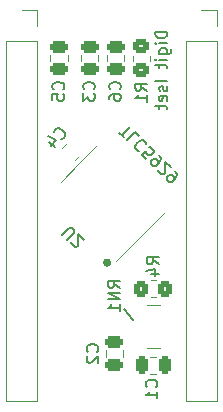
<source format=gbr>
%TF.GenerationSoftware,KiCad,Pcbnew,7.0.8*%
%TF.CreationDate,2024-04-19T17:39:30-04:00*%
%TF.ProjectId,rcl57_mcu,72636c35-375f-46d6-9375-2e6b69636164,rev?*%
%TF.SameCoordinates,Original*%
%TF.FileFunction,Legend,Bot*%
%TF.FilePolarity,Positive*%
%FSLAX46Y46*%
G04 Gerber Fmt 4.6, Leading zero omitted, Abs format (unit mm)*
G04 Created by KiCad (PCBNEW 7.0.8) date 2024-04-19 17:39:30*
%MOMM*%
%LPD*%
G01*
G04 APERTURE LIST*
G04 Aperture macros list*
%AMRoundRect*
0 Rectangle with rounded corners*
0 $1 Rounding radius*
0 $2 $3 $4 $5 $6 $7 $8 $9 X,Y pos of 4 corners*
0 Add a 4 corners polygon primitive as box body*
4,1,4,$2,$3,$4,$5,$6,$7,$8,$9,$2,$3,0*
0 Add four circle primitives for the rounded corners*
1,1,$1+$1,$2,$3*
1,1,$1+$1,$4,$5*
1,1,$1+$1,$6,$7*
1,1,$1+$1,$8,$9*
0 Add four rect primitives between the rounded corners*
20,1,$1+$1,$2,$3,$4,$5,0*
20,1,$1+$1,$4,$5,$6,$7,0*
20,1,$1+$1,$6,$7,$8,$9,0*
20,1,$1+$1,$8,$9,$2,$3,0*%
%AMRotRect*
0 Rectangle, with rotation*
0 The origin of the aperture is its center*
0 $1 length*
0 $2 width*
0 $3 Rotation angle, in degrees counterclockwise*
0 Add horizontal line*
21,1,$1,$2,0,0,$3*%
G04 Aperture macros list end*
%ADD10C,0.150000*%
%ADD11C,0.375000*%
%ADD12C,0.120000*%
%ADD13R,1.350000X1.350000*%
%ADD14O,1.350000X1.350000*%
%ADD15RoundRect,0.250000X0.350000X0.450000X-0.350000X0.450000X-0.350000X-0.450000X0.350000X-0.450000X0*%
%ADD16RoundRect,0.250000X0.475000X-0.250000X0.475000X0.250000X-0.475000X0.250000X-0.475000X-0.250000X0*%
%ADD17RoundRect,0.250000X-0.475000X0.250000X-0.475000X-0.250000X0.475000X-0.250000X0.475000X0.250000X0*%
%ADD18R,0.800000X0.480000*%
%ADD19R,0.900000X0.320000*%
%ADD20RoundRect,0.250000X-0.159099X0.512652X-0.512652X0.159099X0.159099X-0.512652X0.512652X-0.159099X0*%
%ADD21R,1.700000X1.700000*%
%ADD22O,1.700000X1.700000*%
%ADD23RoundRect,0.250000X-0.450000X0.350000X-0.450000X-0.350000X0.450000X-0.350000X0.450000X0.350000X0*%
%ADD24RoundRect,0.100000X-0.388909X-0.530330X0.530330X0.388909X0.388909X0.530330X-0.530330X-0.388909X0*%
%ADD25RotRect,3.200000X5.000000X45.000000*%
%ADD26C,1.700000*%
%ADD27RoundRect,0.250000X0.250000X0.475000X-0.250000X0.475000X-0.250000X-0.475000X0.250000X-0.475000X0*%
G04 APERTURE END LIST*
D10*
X146600000Y-107050000D02*
X145800000Y-106150000D01*
D11*
X144587500Y-102200000D02*
G75*
G03*
X144587500Y-102200000I-187500J0D01*
G01*
D10*
X149469819Y-82636779D02*
X148469819Y-82636779D01*
X148469819Y-82636779D02*
X148469819Y-82874874D01*
X148469819Y-82874874D02*
X148517438Y-83017731D01*
X148517438Y-83017731D02*
X148612676Y-83112969D01*
X148612676Y-83112969D02*
X148707914Y-83160588D01*
X148707914Y-83160588D02*
X148898390Y-83208207D01*
X148898390Y-83208207D02*
X149041247Y-83208207D01*
X149041247Y-83208207D02*
X149231723Y-83160588D01*
X149231723Y-83160588D02*
X149326961Y-83112969D01*
X149326961Y-83112969D02*
X149422200Y-83017731D01*
X149422200Y-83017731D02*
X149469819Y-82874874D01*
X149469819Y-82874874D02*
X149469819Y-82636779D01*
X149469819Y-83636779D02*
X148803152Y-83636779D01*
X148469819Y-83636779D02*
X148517438Y-83589160D01*
X148517438Y-83589160D02*
X148565057Y-83636779D01*
X148565057Y-83636779D02*
X148517438Y-83684398D01*
X148517438Y-83684398D02*
X148469819Y-83636779D01*
X148469819Y-83636779D02*
X148565057Y-83636779D01*
X148803152Y-84541540D02*
X149612676Y-84541540D01*
X149612676Y-84541540D02*
X149707914Y-84493921D01*
X149707914Y-84493921D02*
X149755533Y-84446302D01*
X149755533Y-84446302D02*
X149803152Y-84351064D01*
X149803152Y-84351064D02*
X149803152Y-84208207D01*
X149803152Y-84208207D02*
X149755533Y-84112969D01*
X149422200Y-84541540D02*
X149469819Y-84446302D01*
X149469819Y-84446302D02*
X149469819Y-84255826D01*
X149469819Y-84255826D02*
X149422200Y-84160588D01*
X149422200Y-84160588D02*
X149374580Y-84112969D01*
X149374580Y-84112969D02*
X149279342Y-84065350D01*
X149279342Y-84065350D02*
X148993628Y-84065350D01*
X148993628Y-84065350D02*
X148898390Y-84112969D01*
X148898390Y-84112969D02*
X148850771Y-84160588D01*
X148850771Y-84160588D02*
X148803152Y-84255826D01*
X148803152Y-84255826D02*
X148803152Y-84446302D01*
X148803152Y-84446302D02*
X148850771Y-84541540D01*
X149469819Y-85017731D02*
X148803152Y-85017731D01*
X148469819Y-85017731D02*
X148517438Y-84970112D01*
X148517438Y-84970112D02*
X148565057Y-85017731D01*
X148565057Y-85017731D02*
X148517438Y-85065350D01*
X148517438Y-85065350D02*
X148469819Y-85017731D01*
X148469819Y-85017731D02*
X148565057Y-85017731D01*
X148803152Y-85351064D02*
X148803152Y-85732016D01*
X148469819Y-85493921D02*
X149326961Y-85493921D01*
X149326961Y-85493921D02*
X149422200Y-85541540D01*
X149422200Y-85541540D02*
X149469819Y-85636778D01*
X149469819Y-85636778D02*
X149469819Y-85732016D01*
X149469819Y-86827255D02*
X148469819Y-86827255D01*
X149422200Y-87255826D02*
X149469819Y-87351064D01*
X149469819Y-87351064D02*
X149469819Y-87541540D01*
X149469819Y-87541540D02*
X149422200Y-87636778D01*
X149422200Y-87636778D02*
X149326961Y-87684397D01*
X149326961Y-87684397D02*
X149279342Y-87684397D01*
X149279342Y-87684397D02*
X149184104Y-87636778D01*
X149184104Y-87636778D02*
X149136485Y-87541540D01*
X149136485Y-87541540D02*
X149136485Y-87398683D01*
X149136485Y-87398683D02*
X149088866Y-87303445D01*
X149088866Y-87303445D02*
X148993628Y-87255826D01*
X148993628Y-87255826D02*
X148946009Y-87255826D01*
X148946009Y-87255826D02*
X148850771Y-87303445D01*
X148850771Y-87303445D02*
X148803152Y-87398683D01*
X148803152Y-87398683D02*
X148803152Y-87541540D01*
X148803152Y-87541540D02*
X148850771Y-87636778D01*
X149422200Y-88493921D02*
X149469819Y-88398683D01*
X149469819Y-88398683D02*
X149469819Y-88208207D01*
X149469819Y-88208207D02*
X149422200Y-88112969D01*
X149422200Y-88112969D02*
X149326961Y-88065350D01*
X149326961Y-88065350D02*
X148946009Y-88065350D01*
X148946009Y-88065350D02*
X148850771Y-88112969D01*
X148850771Y-88112969D02*
X148803152Y-88208207D01*
X148803152Y-88208207D02*
X148803152Y-88398683D01*
X148803152Y-88398683D02*
X148850771Y-88493921D01*
X148850771Y-88493921D02*
X148946009Y-88541540D01*
X148946009Y-88541540D02*
X149041247Y-88541540D01*
X149041247Y-88541540D02*
X149136485Y-88065350D01*
X148803152Y-88827255D02*
X148803152Y-89208207D01*
X148469819Y-88970112D02*
X149326961Y-88970112D01*
X149326961Y-88970112D02*
X149422200Y-89017731D01*
X149422200Y-89017731D02*
X149469819Y-89112969D01*
X149469819Y-89112969D02*
X149469819Y-89208207D01*
X148754819Y-102333333D02*
X148278628Y-102000000D01*
X148754819Y-101761905D02*
X147754819Y-101761905D01*
X147754819Y-101761905D02*
X147754819Y-102142857D01*
X147754819Y-102142857D02*
X147802438Y-102238095D01*
X147802438Y-102238095D02*
X147850057Y-102285714D01*
X147850057Y-102285714D02*
X147945295Y-102333333D01*
X147945295Y-102333333D02*
X148088152Y-102333333D01*
X148088152Y-102333333D02*
X148183390Y-102285714D01*
X148183390Y-102285714D02*
X148231009Y-102238095D01*
X148231009Y-102238095D02*
X148278628Y-102142857D01*
X148278628Y-102142857D02*
X148278628Y-101761905D01*
X148088152Y-103190476D02*
X148754819Y-103190476D01*
X147707200Y-102952381D02*
X148421485Y-102714286D01*
X148421485Y-102714286D02*
X148421485Y-103333333D01*
X143559580Y-109733333D02*
X143607200Y-109685714D01*
X143607200Y-109685714D02*
X143654819Y-109542857D01*
X143654819Y-109542857D02*
X143654819Y-109447619D01*
X143654819Y-109447619D02*
X143607200Y-109304762D01*
X143607200Y-109304762D02*
X143511961Y-109209524D01*
X143511961Y-109209524D02*
X143416723Y-109161905D01*
X143416723Y-109161905D02*
X143226247Y-109114286D01*
X143226247Y-109114286D02*
X143083390Y-109114286D01*
X143083390Y-109114286D02*
X142892914Y-109161905D01*
X142892914Y-109161905D02*
X142797676Y-109209524D01*
X142797676Y-109209524D02*
X142702438Y-109304762D01*
X142702438Y-109304762D02*
X142654819Y-109447619D01*
X142654819Y-109447619D02*
X142654819Y-109542857D01*
X142654819Y-109542857D02*
X142702438Y-109685714D01*
X142702438Y-109685714D02*
X142750057Y-109733333D01*
X142750057Y-110114286D02*
X142702438Y-110161905D01*
X142702438Y-110161905D02*
X142654819Y-110257143D01*
X142654819Y-110257143D02*
X142654819Y-110495238D01*
X142654819Y-110495238D02*
X142702438Y-110590476D01*
X142702438Y-110590476D02*
X142750057Y-110638095D01*
X142750057Y-110638095D02*
X142845295Y-110685714D01*
X142845295Y-110685714D02*
X142940533Y-110685714D01*
X142940533Y-110685714D02*
X143083390Y-110638095D01*
X143083390Y-110638095D02*
X143654819Y-110066667D01*
X143654819Y-110066667D02*
X143654819Y-110685714D01*
X143259580Y-87533333D02*
X143307200Y-87485714D01*
X143307200Y-87485714D02*
X143354819Y-87342857D01*
X143354819Y-87342857D02*
X143354819Y-87247619D01*
X143354819Y-87247619D02*
X143307200Y-87104762D01*
X143307200Y-87104762D02*
X143211961Y-87009524D01*
X143211961Y-87009524D02*
X143116723Y-86961905D01*
X143116723Y-86961905D02*
X142926247Y-86914286D01*
X142926247Y-86914286D02*
X142783390Y-86914286D01*
X142783390Y-86914286D02*
X142592914Y-86961905D01*
X142592914Y-86961905D02*
X142497676Y-87009524D01*
X142497676Y-87009524D02*
X142402438Y-87104762D01*
X142402438Y-87104762D02*
X142354819Y-87247619D01*
X142354819Y-87247619D02*
X142354819Y-87342857D01*
X142354819Y-87342857D02*
X142402438Y-87485714D01*
X142402438Y-87485714D02*
X142450057Y-87533333D01*
X142354819Y-87866667D02*
X142354819Y-88485714D01*
X142354819Y-88485714D02*
X142735771Y-88152381D01*
X142735771Y-88152381D02*
X142735771Y-88295238D01*
X142735771Y-88295238D02*
X142783390Y-88390476D01*
X142783390Y-88390476D02*
X142831009Y-88438095D01*
X142831009Y-88438095D02*
X142926247Y-88485714D01*
X142926247Y-88485714D02*
X143164342Y-88485714D01*
X143164342Y-88485714D02*
X143259580Y-88438095D01*
X143259580Y-88438095D02*
X143307200Y-88390476D01*
X143307200Y-88390476D02*
X143354819Y-88295238D01*
X143354819Y-88295238D02*
X143354819Y-88009524D01*
X143354819Y-88009524D02*
X143307200Y-87914286D01*
X143307200Y-87914286D02*
X143259580Y-87866667D01*
X140659580Y-87533333D02*
X140707200Y-87485714D01*
X140707200Y-87485714D02*
X140754819Y-87342857D01*
X140754819Y-87342857D02*
X140754819Y-87247619D01*
X140754819Y-87247619D02*
X140707200Y-87104762D01*
X140707200Y-87104762D02*
X140611961Y-87009524D01*
X140611961Y-87009524D02*
X140516723Y-86961905D01*
X140516723Y-86961905D02*
X140326247Y-86914286D01*
X140326247Y-86914286D02*
X140183390Y-86914286D01*
X140183390Y-86914286D02*
X139992914Y-86961905D01*
X139992914Y-86961905D02*
X139897676Y-87009524D01*
X139897676Y-87009524D02*
X139802438Y-87104762D01*
X139802438Y-87104762D02*
X139754819Y-87247619D01*
X139754819Y-87247619D02*
X139754819Y-87342857D01*
X139754819Y-87342857D02*
X139802438Y-87485714D01*
X139802438Y-87485714D02*
X139850057Y-87533333D01*
X139754819Y-88438095D02*
X139754819Y-87961905D01*
X139754819Y-87961905D02*
X140231009Y-87914286D01*
X140231009Y-87914286D02*
X140183390Y-87961905D01*
X140183390Y-87961905D02*
X140135771Y-88057143D01*
X140135771Y-88057143D02*
X140135771Y-88295238D01*
X140135771Y-88295238D02*
X140183390Y-88390476D01*
X140183390Y-88390476D02*
X140231009Y-88438095D01*
X140231009Y-88438095D02*
X140326247Y-88485714D01*
X140326247Y-88485714D02*
X140564342Y-88485714D01*
X140564342Y-88485714D02*
X140659580Y-88438095D01*
X140659580Y-88438095D02*
X140707200Y-88390476D01*
X140707200Y-88390476D02*
X140754819Y-88295238D01*
X140754819Y-88295238D02*
X140754819Y-88057143D01*
X140754819Y-88057143D02*
X140707200Y-87961905D01*
X140707200Y-87961905D02*
X140659580Y-87914286D01*
X145454819Y-104309523D02*
X144978628Y-103976190D01*
X145454819Y-103738095D02*
X144454819Y-103738095D01*
X144454819Y-103738095D02*
X144454819Y-104119047D01*
X144454819Y-104119047D02*
X144502438Y-104214285D01*
X144502438Y-104214285D02*
X144550057Y-104261904D01*
X144550057Y-104261904D02*
X144645295Y-104309523D01*
X144645295Y-104309523D02*
X144788152Y-104309523D01*
X144788152Y-104309523D02*
X144883390Y-104261904D01*
X144883390Y-104261904D02*
X144931009Y-104214285D01*
X144931009Y-104214285D02*
X144978628Y-104119047D01*
X144978628Y-104119047D02*
X144978628Y-103738095D01*
X145454819Y-104738095D02*
X144454819Y-104738095D01*
X144454819Y-104738095D02*
X145454819Y-105309523D01*
X145454819Y-105309523D02*
X144454819Y-105309523D01*
X145454819Y-106309523D02*
X145454819Y-105738095D01*
X145454819Y-106023809D02*
X144454819Y-106023809D01*
X144454819Y-106023809D02*
X144597676Y-105928571D01*
X144597676Y-105928571D02*
X144692914Y-105833333D01*
X144692914Y-105833333D02*
X144740533Y-105738095D01*
X145459580Y-87533333D02*
X145507200Y-87485714D01*
X145507200Y-87485714D02*
X145554819Y-87342857D01*
X145554819Y-87342857D02*
X145554819Y-87247619D01*
X145554819Y-87247619D02*
X145507200Y-87104762D01*
X145507200Y-87104762D02*
X145411961Y-87009524D01*
X145411961Y-87009524D02*
X145316723Y-86961905D01*
X145316723Y-86961905D02*
X145126247Y-86914286D01*
X145126247Y-86914286D02*
X144983390Y-86914286D01*
X144983390Y-86914286D02*
X144792914Y-86961905D01*
X144792914Y-86961905D02*
X144697676Y-87009524D01*
X144697676Y-87009524D02*
X144602438Y-87104762D01*
X144602438Y-87104762D02*
X144554819Y-87247619D01*
X144554819Y-87247619D02*
X144554819Y-87342857D01*
X144554819Y-87342857D02*
X144602438Y-87485714D01*
X144602438Y-87485714D02*
X144650057Y-87533333D01*
X144554819Y-88390476D02*
X144554819Y-88200000D01*
X144554819Y-88200000D02*
X144602438Y-88104762D01*
X144602438Y-88104762D02*
X144650057Y-88057143D01*
X144650057Y-88057143D02*
X144792914Y-87961905D01*
X144792914Y-87961905D02*
X144983390Y-87914286D01*
X144983390Y-87914286D02*
X145364342Y-87914286D01*
X145364342Y-87914286D02*
X145459580Y-87961905D01*
X145459580Y-87961905D02*
X145507200Y-88009524D01*
X145507200Y-88009524D02*
X145554819Y-88104762D01*
X145554819Y-88104762D02*
X145554819Y-88295238D01*
X145554819Y-88295238D02*
X145507200Y-88390476D01*
X145507200Y-88390476D02*
X145459580Y-88438095D01*
X145459580Y-88438095D02*
X145364342Y-88485714D01*
X145364342Y-88485714D02*
X145126247Y-88485714D01*
X145126247Y-88485714D02*
X145031009Y-88438095D01*
X145031009Y-88438095D02*
X144983390Y-88390476D01*
X144983390Y-88390476D02*
X144935771Y-88295238D01*
X144935771Y-88295238D02*
X144935771Y-88104762D01*
X144935771Y-88104762D02*
X144983390Y-88009524D01*
X144983390Y-88009524D02*
X145031009Y-87961905D01*
X145031009Y-87961905D02*
X145126247Y-87914286D01*
X140484173Y-91748472D02*
X140551517Y-91748472D01*
X140551517Y-91748472D02*
X140686204Y-91681128D01*
X140686204Y-91681128D02*
X140753547Y-91613785D01*
X140753547Y-91613785D02*
X140820891Y-91479098D01*
X140820891Y-91479098D02*
X140820891Y-91344411D01*
X140820891Y-91344411D02*
X140787219Y-91243396D01*
X140787219Y-91243396D02*
X140686204Y-91075037D01*
X140686204Y-91075037D02*
X140585189Y-90974022D01*
X140585189Y-90974022D02*
X140416830Y-90873006D01*
X140416830Y-90873006D02*
X140315815Y-90839335D01*
X140315815Y-90839335D02*
X140181128Y-90839335D01*
X140181128Y-90839335D02*
X140046441Y-90906678D01*
X140046441Y-90906678D02*
X139979097Y-90974022D01*
X139979097Y-90974022D02*
X139911754Y-91108709D01*
X139911754Y-91108709D02*
X139911754Y-91176052D01*
X139474021Y-91950502D02*
X139945425Y-92421907D01*
X139373006Y-91512770D02*
X140046441Y-91849487D01*
X140046441Y-91849487D02*
X139608708Y-92287220D01*
X147754819Y-87633333D02*
X147278628Y-87300000D01*
X147754819Y-87061905D02*
X146754819Y-87061905D01*
X146754819Y-87061905D02*
X146754819Y-87442857D01*
X146754819Y-87442857D02*
X146802438Y-87538095D01*
X146802438Y-87538095D02*
X146850057Y-87585714D01*
X146850057Y-87585714D02*
X146945295Y-87633333D01*
X146945295Y-87633333D02*
X147088152Y-87633333D01*
X147088152Y-87633333D02*
X147183390Y-87585714D01*
X147183390Y-87585714D02*
X147231009Y-87538095D01*
X147231009Y-87538095D02*
X147278628Y-87442857D01*
X147278628Y-87442857D02*
X147278628Y-87061905D01*
X147754819Y-88585714D02*
X147754819Y-88014286D01*
X147754819Y-88300000D02*
X146754819Y-88300000D01*
X146754819Y-88300000D02*
X146897676Y-88204762D01*
X146897676Y-88204762D02*
X146992914Y-88109524D01*
X146992914Y-88109524D02*
X147040533Y-88014286D01*
X140575749Y-99846753D02*
X141148169Y-99274333D01*
X141148169Y-99274333D02*
X141249184Y-99240661D01*
X141249184Y-99240661D02*
X141316528Y-99240661D01*
X141316528Y-99240661D02*
X141417543Y-99274333D01*
X141417543Y-99274333D02*
X141552230Y-99409020D01*
X141552230Y-99409020D02*
X141585902Y-99510035D01*
X141585902Y-99510035D02*
X141585902Y-99577379D01*
X141585902Y-99577379D02*
X141552230Y-99678394D01*
X141552230Y-99678394D02*
X140979810Y-100250814D01*
X141350200Y-100486516D02*
X141350200Y-100553859D01*
X141350200Y-100553859D02*
X141383871Y-100654875D01*
X141383871Y-100654875D02*
X141552230Y-100823233D01*
X141552230Y-100823233D02*
X141653245Y-100856905D01*
X141653245Y-100856905D02*
X141720589Y-100856905D01*
X141720589Y-100856905D02*
X141821604Y-100823233D01*
X141821604Y-100823233D02*
X141888948Y-100755890D01*
X141888948Y-100755890D02*
X141956291Y-100621203D01*
X141956291Y-100621203D02*
X141956291Y-99813081D01*
X141956291Y-99813081D02*
X142394024Y-100250814D01*
X145425835Y-91196837D02*
X145829896Y-91600898D01*
X146334972Y-90691761D02*
X145627865Y-91398867D01*
X147109422Y-91466211D02*
X146772705Y-91129494D01*
X146772705Y-91129494D02*
X146065598Y-91836600D01*
X147681842Y-92173318D02*
X147681842Y-92105975D01*
X147681842Y-92105975D02*
X147614499Y-91971288D01*
X147614499Y-91971288D02*
X147547155Y-91903944D01*
X147547155Y-91903944D02*
X147412468Y-91836601D01*
X147412468Y-91836601D02*
X147277781Y-91836601D01*
X147277781Y-91836601D02*
X147176766Y-91870272D01*
X147176766Y-91870272D02*
X147008407Y-91971288D01*
X147008407Y-91971288D02*
X146907392Y-92072303D01*
X146907392Y-92072303D02*
X146806377Y-92240662D01*
X146806377Y-92240662D02*
X146772705Y-92341677D01*
X146772705Y-92341677D02*
X146772705Y-92476364D01*
X146772705Y-92476364D02*
X146840049Y-92611051D01*
X146840049Y-92611051D02*
X146907392Y-92678394D01*
X146907392Y-92678394D02*
X147042079Y-92745738D01*
X147042079Y-92745738D02*
X147109423Y-92745738D01*
X147681842Y-93452845D02*
X147345125Y-93116127D01*
X147345125Y-93116127D02*
X147648171Y-92745738D01*
X147648171Y-92745738D02*
X147648171Y-92813081D01*
X147648171Y-92813081D02*
X147681842Y-92914097D01*
X147681842Y-92914097D02*
X147850201Y-93082455D01*
X147850201Y-93082455D02*
X147951216Y-93116127D01*
X147951216Y-93116127D02*
X148018560Y-93116127D01*
X148018560Y-93116127D02*
X148119575Y-93082455D01*
X148119575Y-93082455D02*
X148287934Y-92914097D01*
X148287934Y-92914097D02*
X148321606Y-92813081D01*
X148321606Y-92813081D02*
X148321606Y-92745738D01*
X148321606Y-92745738D02*
X148287934Y-92644723D01*
X148287934Y-92644723D02*
X148119575Y-92476364D01*
X148119575Y-92476364D02*
X148018560Y-92442692D01*
X148018560Y-92442692D02*
X147951216Y-92442692D01*
X148759338Y-93116127D02*
X148894025Y-93250814D01*
X148894025Y-93250814D02*
X148927697Y-93351829D01*
X148927697Y-93351829D02*
X148927697Y-93419173D01*
X148927697Y-93419173D02*
X148894025Y-93587532D01*
X148894025Y-93587532D02*
X148793010Y-93755890D01*
X148793010Y-93755890D02*
X148523636Y-94025264D01*
X148523636Y-94025264D02*
X148422621Y-94058936D01*
X148422621Y-94058936D02*
X148355277Y-94058936D01*
X148355277Y-94058936D02*
X148254262Y-94025264D01*
X148254262Y-94025264D02*
X148119575Y-93890577D01*
X148119575Y-93890577D02*
X148085903Y-93789562D01*
X148085903Y-93789562D02*
X148085903Y-93722219D01*
X148085903Y-93722219D02*
X148119575Y-93621203D01*
X148119575Y-93621203D02*
X148287934Y-93452845D01*
X148287934Y-93452845D02*
X148388949Y-93419173D01*
X148388949Y-93419173D02*
X148456293Y-93419173D01*
X148456293Y-93419173D02*
X148557308Y-93452845D01*
X148557308Y-93452845D02*
X148691995Y-93587532D01*
X148691995Y-93587532D02*
X148725667Y-93688547D01*
X148725667Y-93688547D02*
X148725667Y-93755890D01*
X148725667Y-93755890D02*
X148691995Y-93856906D01*
X148725667Y-94361982D02*
X148725667Y-94429325D01*
X148725667Y-94429325D02*
X148759338Y-94530341D01*
X148759338Y-94530341D02*
X148927697Y-94698699D01*
X148927697Y-94698699D02*
X149028712Y-94732371D01*
X149028712Y-94732371D02*
X149096056Y-94732371D01*
X149096056Y-94732371D02*
X149197071Y-94698699D01*
X149197071Y-94698699D02*
X149264415Y-94631356D01*
X149264415Y-94631356D02*
X149331758Y-94496669D01*
X149331758Y-94496669D02*
X149331758Y-93688547D01*
X149331758Y-93688547D02*
X149769491Y-94126280D01*
X150106209Y-94462997D02*
X150240896Y-94597684D01*
X150240896Y-94597684D02*
X150274567Y-94698699D01*
X150274567Y-94698699D02*
X150274567Y-94766043D01*
X150274567Y-94766043D02*
X150240896Y-94934402D01*
X150240896Y-94934402D02*
X150139880Y-95102761D01*
X150139880Y-95102761D02*
X149870506Y-95372135D01*
X149870506Y-95372135D02*
X149769491Y-95405806D01*
X149769491Y-95405806D02*
X149702147Y-95405806D01*
X149702147Y-95405806D02*
X149601132Y-95372135D01*
X149601132Y-95372135D02*
X149466445Y-95237448D01*
X149466445Y-95237448D02*
X149432773Y-95136432D01*
X149432773Y-95136432D02*
X149432773Y-95069089D01*
X149432773Y-95069089D02*
X149466445Y-94968074D01*
X149466445Y-94968074D02*
X149634804Y-94799715D01*
X149634804Y-94799715D02*
X149735819Y-94766043D01*
X149735819Y-94766043D02*
X149803163Y-94766043D01*
X149803163Y-94766043D02*
X149904178Y-94799715D01*
X149904178Y-94799715D02*
X150038865Y-94934402D01*
X150038865Y-94934402D02*
X150072537Y-95035417D01*
X150072537Y-95035417D02*
X150072537Y-95102761D01*
X150072537Y-95102761D02*
X150038865Y-95203776D01*
X148559580Y-112733333D02*
X148607200Y-112685714D01*
X148607200Y-112685714D02*
X148654819Y-112542857D01*
X148654819Y-112542857D02*
X148654819Y-112447619D01*
X148654819Y-112447619D02*
X148607200Y-112304762D01*
X148607200Y-112304762D02*
X148511961Y-112209524D01*
X148511961Y-112209524D02*
X148416723Y-112161905D01*
X148416723Y-112161905D02*
X148226247Y-112114286D01*
X148226247Y-112114286D02*
X148083390Y-112114286D01*
X148083390Y-112114286D02*
X147892914Y-112161905D01*
X147892914Y-112161905D02*
X147797676Y-112209524D01*
X147797676Y-112209524D02*
X147702438Y-112304762D01*
X147702438Y-112304762D02*
X147654819Y-112447619D01*
X147654819Y-112447619D02*
X147654819Y-112542857D01*
X147654819Y-112542857D02*
X147702438Y-112685714D01*
X147702438Y-112685714D02*
X147750057Y-112733333D01*
X148654819Y-113685714D02*
X148654819Y-113114286D01*
X148654819Y-113400000D02*
X147654819Y-113400000D01*
X147654819Y-113400000D02*
X147797676Y-113304762D01*
X147797676Y-113304762D02*
X147892914Y-113209524D01*
X147892914Y-113209524D02*
X147940533Y-113114286D01*
D12*
%TO.C,R4*%
X148527064Y-105135000D02*
X148072936Y-105135000D01*
X148527064Y-103665000D02*
X148072936Y-103665000D01*
%TO.C,C2*%
X144265000Y-110161252D02*
X144265000Y-109638748D01*
X145735000Y-110161252D02*
X145735000Y-109638748D01*
%TO.C,C3*%
X143635000Y-84638748D02*
X143635000Y-85161252D01*
X142165000Y-84638748D02*
X142165000Y-85161252D01*
%TO.C,C5*%
X141035000Y-84638748D02*
X141035000Y-85161252D01*
X139565000Y-84638748D02*
X139565000Y-85161252D01*
%TO.C,RN1*%
X147770000Y-109420000D02*
X148830000Y-109420000D01*
X147770000Y-105780000D02*
X148830000Y-105780000D01*
%TO.C,C6*%
X145835000Y-84638748D02*
X145835000Y-85161252D01*
X144365000Y-84638748D02*
X144365000Y-85161252D01*
%TO.C,C4*%
X142004457Y-93134990D02*
X141634990Y-93504457D01*
X140965010Y-92095543D02*
X140595543Y-92465010D01*
%TO.C,J1*%
X138490000Y-113957058D02*
X135830000Y-113957058D01*
X138490000Y-83417058D02*
X138490000Y-113957058D01*
X138490000Y-83417058D02*
X135830000Y-83417058D01*
X138490000Y-82147058D02*
X138490000Y-80817058D01*
X138490000Y-80817058D02*
X137160000Y-80817058D01*
X135830000Y-83417058D02*
X135830000Y-113957058D01*
%TO.C,R1*%
X146565000Y-84672936D02*
X146565000Y-85127064D01*
X148035000Y-84672936D02*
X148035000Y-85127064D01*
%TO.C,U2*%
X142006823Y-93793880D02*
X140451188Y-95349515D01*
X142006823Y-93793880D02*
X143562458Y-92238245D01*
X147713175Y-99500232D02*
X145149913Y-102063494D01*
X147713175Y-99500232D02*
X149268810Y-97944597D01*
%TO.C,J2*%
X153690000Y-113957056D02*
X151030000Y-113957056D01*
X153690000Y-83417056D02*
X153690000Y-113957056D01*
X153690000Y-83417056D02*
X151030000Y-83417056D01*
X153690000Y-82147056D02*
X153690000Y-80817056D01*
X153690000Y-80817056D02*
X152360000Y-80817056D01*
X151030000Y-83417056D02*
X151030000Y-113957056D01*
%TO.C,C1*%
X148561252Y-111635000D02*
X148038748Y-111635000D01*
X148561252Y-110165000D02*
X148038748Y-110165000D01*
%TD*%
%LPC*%
D13*
%TO.C,J3*%
X137900000Y-115600000D03*
D14*
X139900000Y-115600000D03*
X141900000Y-115600000D03*
X143900000Y-115600000D03*
X145900000Y-115600000D03*
X147900000Y-115600000D03*
X149900000Y-115600000D03*
X151900000Y-115600000D03*
%TD*%
D15*
%TO.C,R4*%
X149300000Y-104400000D03*
X147300000Y-104400000D03*
%TD*%
D16*
%TO.C,C2*%
X145000000Y-110850000D03*
X145000000Y-108950000D03*
%TD*%
D17*
%TO.C,C3*%
X142900000Y-83950000D03*
X142900000Y-85850000D03*
%TD*%
%TO.C,C5*%
X140300000Y-83950000D03*
X140300000Y-85850000D03*
%TD*%
D18*
%TO.C,RN1*%
X149200000Y-106240000D03*
D19*
X149200000Y-106960000D03*
X149200000Y-107600000D03*
X149200000Y-108240000D03*
D18*
X149200000Y-108960000D03*
X147400000Y-108960000D03*
D19*
X147400000Y-108240000D03*
X147400000Y-107600000D03*
X147400000Y-106960000D03*
D18*
X147400000Y-106240000D03*
%TD*%
D17*
%TO.C,C6*%
X145100000Y-83950000D03*
X145100000Y-85850000D03*
%TD*%
D20*
%TO.C,C4*%
X141971751Y-92128249D03*
X140628249Y-93471751D03*
%TD*%
D21*
%TO.C,J1*%
X137160000Y-82147058D03*
D22*
X137160000Y-84687058D03*
X137160000Y-87227058D03*
X137160000Y-89767058D03*
X137160000Y-92307058D03*
X137160000Y-94847058D03*
X137160000Y-97387058D03*
X137160000Y-99927058D03*
X137160000Y-102467058D03*
X137160000Y-105007058D03*
X137160000Y-107547058D03*
X137160000Y-110087058D03*
X137160000Y-112627058D03*
%TD*%
D23*
%TO.C,R1*%
X147300000Y-85900000D03*
X147300000Y-83900000D03*
%TD*%
D24*
%TO.C,U2*%
X145354974Y-101207895D03*
X144895354Y-100748275D03*
X144435735Y-100288656D03*
X143976116Y-99829037D03*
X143516496Y-99369417D03*
X143056877Y-98909798D03*
X142597257Y-98450178D03*
X142137638Y-97990559D03*
X141678018Y-97530939D03*
X141218399Y-97071320D03*
X140758780Y-96611701D03*
X140299160Y-96152081D03*
X144365024Y-92086217D03*
X144824644Y-92545837D03*
X145284263Y-93005456D03*
X145743882Y-93465075D03*
X146203502Y-93924695D03*
X146663121Y-94384314D03*
X147122741Y-94843934D03*
X147582360Y-95303553D03*
X148041980Y-95763173D03*
X148501599Y-96222792D03*
X148961218Y-96682411D03*
X149420838Y-97142031D03*
D25*
X144859999Y-96647056D03*
%TD*%
D26*
%TO.C,J2*%
X152360000Y-82147056D03*
D22*
X152360000Y-84687056D03*
X152360000Y-87227056D03*
X152360000Y-89767056D03*
X152360000Y-92307056D03*
X152360000Y-94847056D03*
X152360000Y-97387056D03*
X152360000Y-99927056D03*
X152360000Y-102467056D03*
X152360000Y-105007056D03*
X152360000Y-107547056D03*
X152360000Y-110087056D03*
X152360000Y-112627056D03*
%TD*%
D27*
%TO.C,C1*%
X149250000Y-110900000D03*
X147350000Y-110900000D03*
%TD*%
%LPD*%
M02*

</source>
